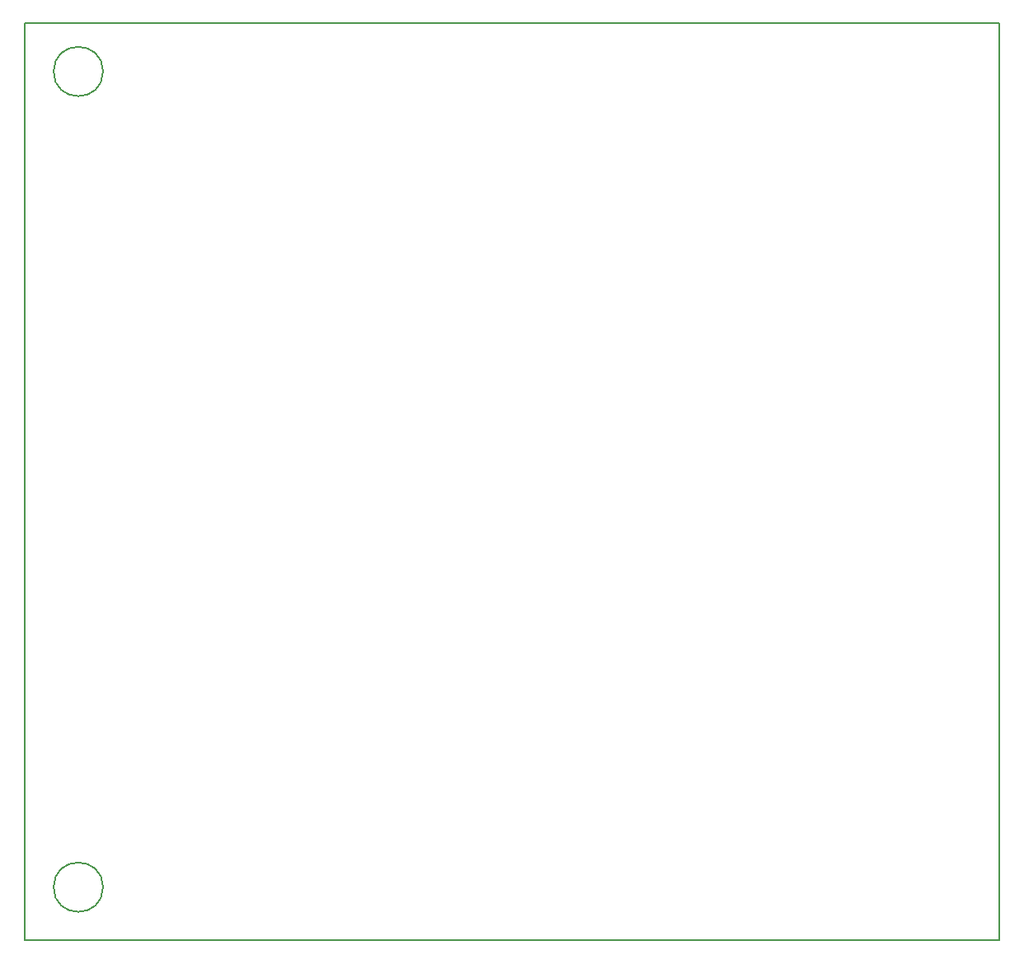
<source format=gbr>
G04 (created by PCBNEW (2013-07-07 BZR 4022)-stable) date 11/02/2014 19:36:51*
%MOIN*%
G04 Gerber Fmt 3.4, Leading zero omitted, Abs format*
%FSLAX34Y34*%
G01*
G70*
G90*
G04 APERTURE LIST*
%ADD10C,0.00590551*%
G04 APERTURE END LIST*
G54D10*
X78800Y-56200D02*
G75*
G03X78800Y-56200I-1000J0D01*
G74*
G01*
X78800Y-23200D02*
G75*
G03X78800Y-23200I-1000J0D01*
G74*
G01*
X75650Y-58350D02*
X75650Y-21250D01*
X115020Y-21250D02*
X115020Y-58350D01*
X75650Y-21250D02*
X115020Y-21250D01*
X115020Y-58350D02*
X75650Y-58350D01*
M02*

</source>
